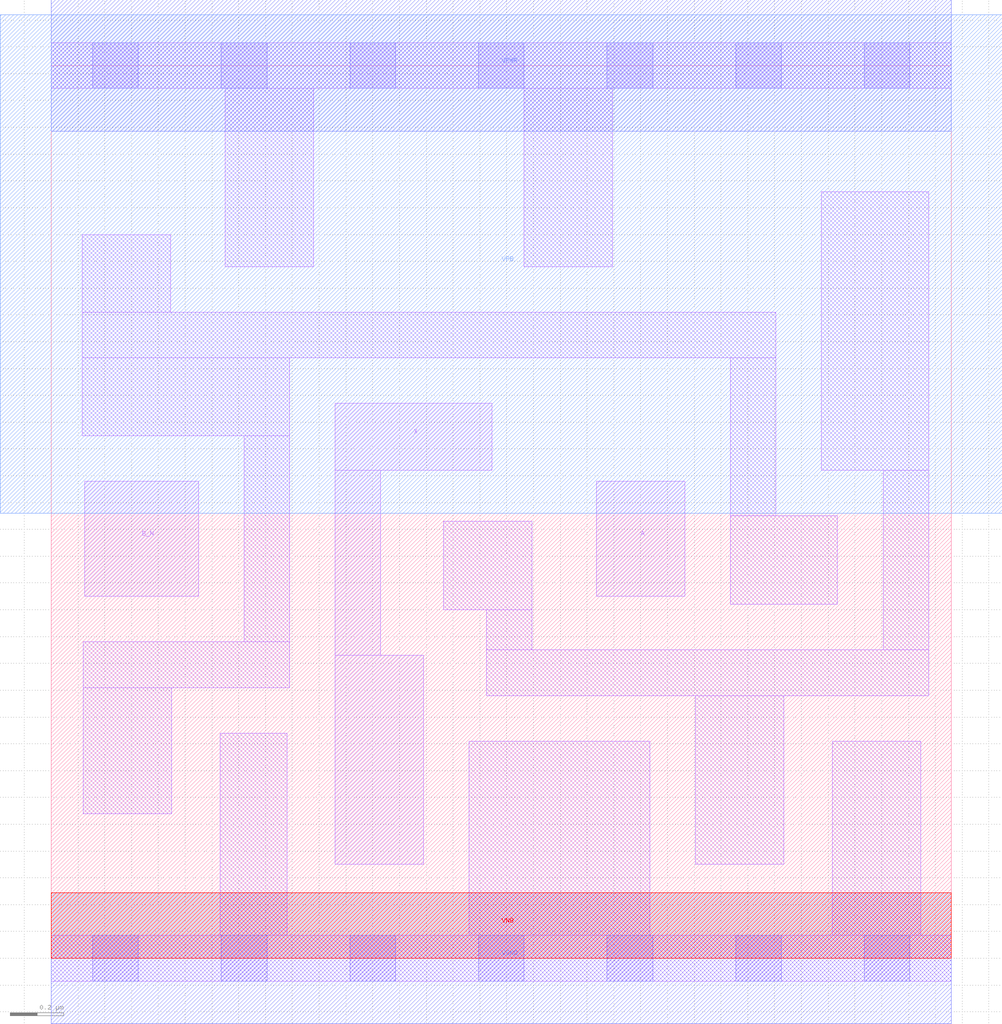
<source format=lef>
# Copyright 2020 The SkyWater PDK Authors
#
# Licensed under the Apache License, Version 2.0 (the "License");
# you may not use this file except in compliance with the License.
# You may obtain a copy of the License at
#
#     https://www.apache.org/licenses/LICENSE-2.0
#
# Unless required by applicable law or agreed to in writing, software
# distributed under the License is distributed on an "AS IS" BASIS,
# WITHOUT WARRANTIES OR CONDITIONS OF ANY KIND, either express or implied.
# See the License for the specific language governing permissions and
# limitations under the License.
#
# SPDX-License-Identifier: Apache-2.0

VERSION 5.7 ;
  NOWIREEXTENSIONATPIN ON ;
  DIVIDERCHAR "/" ;
  BUSBITCHARS "[]" ;
MACRO sky130_fd_sc_hs__or2b_2
  CLASS CORE ;
  FOREIGN sky130_fd_sc_hs__or2b_2 ;
  ORIGIN  0.000000  0.000000 ;
  SIZE  3.360000 BY  3.330000 ;
  SYMMETRY X Y ;
  SITE unit ;
  PIN A
    ANTENNAGATEAREA  0.246000 ;
    DIRECTION INPUT ;
    USE SIGNAL ;
    PORT
      LAYER li1 ;
        RECT 2.035000 1.350000 2.365000 1.780000 ;
    END
  END A
  PIN B_N
    ANTENNAGATEAREA  0.208500 ;
    DIRECTION INPUT ;
    USE SIGNAL ;
    PORT
      LAYER li1 ;
        RECT 0.125000 1.350000 0.550000 1.780000 ;
    END
  END B_N
  PIN X
    ANTENNADIFFAREA  0.787700 ;
    DIRECTION OUTPUT ;
    USE SIGNAL ;
    PORT
      LAYER li1 ;
        RECT 1.060000 0.350000 1.390000 1.130000 ;
        RECT 1.060000 1.130000 1.230000 1.820000 ;
        RECT 1.060000 1.820000 1.645000 2.070000 ;
    END
  END X
  PIN VGND
    DIRECTION INOUT ;
    USE GROUND ;
    PORT
      LAYER met1 ;
        RECT 0.000000 -0.245000 3.360000 0.245000 ;
    END
  END VGND
  PIN VNB
    DIRECTION INOUT ;
    USE GROUND ;
    PORT
      LAYER pwell ;
        RECT 0.000000 0.000000 3.360000 0.245000 ;
    END
  END VNB
  PIN VPB
    DIRECTION INOUT ;
    USE POWER ;
    PORT
      LAYER nwell ;
        RECT -0.190000 1.660000 3.550000 3.520000 ;
    END
  END VPB
  PIN VPWR
    DIRECTION INOUT ;
    USE POWER ;
    PORT
      LAYER met1 ;
        RECT 0.000000 3.085000 3.360000 3.575000 ;
    END
  END VPWR
  OBS
    LAYER li1 ;
      RECT 0.000000 -0.085000 3.360000 0.085000 ;
      RECT 0.000000  3.245000 3.360000 3.415000 ;
      RECT 0.115000  1.950000 0.890000 2.240000 ;
      RECT 0.115000  2.240000 2.705000 2.410000 ;
      RECT 0.115000  2.410000 0.445000 2.700000 ;
      RECT 0.120000  0.540000 0.450000 1.010000 ;
      RECT 0.120000  1.010000 0.890000 1.180000 ;
      RECT 0.630000  0.085000 0.880000 0.840000 ;
      RECT 0.650000  2.580000 0.980000 3.245000 ;
      RECT 0.720000  1.180000 0.890000 1.950000 ;
      RECT 1.465000  1.300000 1.795000 1.630000 ;
      RECT 1.560000  0.085000 2.235000 0.810000 ;
      RECT 1.625000  0.980000 3.275000 1.150000 ;
      RECT 1.625000  1.150000 1.795000 1.300000 ;
      RECT 1.765000  2.580000 2.095000 3.245000 ;
      RECT 2.405000  0.350000 2.735000 0.980000 ;
      RECT 2.535000  1.320000 2.935000 1.650000 ;
      RECT 2.535000  1.650000 2.705000 2.240000 ;
      RECT 2.875000  1.820000 3.275000 2.860000 ;
      RECT 2.915000  0.085000 3.245000 0.810000 ;
      RECT 3.105000  1.150000 3.275000 1.820000 ;
    LAYER mcon ;
      RECT 0.155000 -0.085000 0.325000 0.085000 ;
      RECT 0.155000  3.245000 0.325000 3.415000 ;
      RECT 0.635000 -0.085000 0.805000 0.085000 ;
      RECT 0.635000  3.245000 0.805000 3.415000 ;
      RECT 1.115000 -0.085000 1.285000 0.085000 ;
      RECT 1.115000  3.245000 1.285000 3.415000 ;
      RECT 1.595000 -0.085000 1.765000 0.085000 ;
      RECT 1.595000  3.245000 1.765000 3.415000 ;
      RECT 2.075000 -0.085000 2.245000 0.085000 ;
      RECT 2.075000  3.245000 2.245000 3.415000 ;
      RECT 2.555000 -0.085000 2.725000 0.085000 ;
      RECT 2.555000  3.245000 2.725000 3.415000 ;
      RECT 3.035000 -0.085000 3.205000 0.085000 ;
      RECT 3.035000  3.245000 3.205000 3.415000 ;
  END
END sky130_fd_sc_hs__or2b_2
END LIBRARY

</source>
